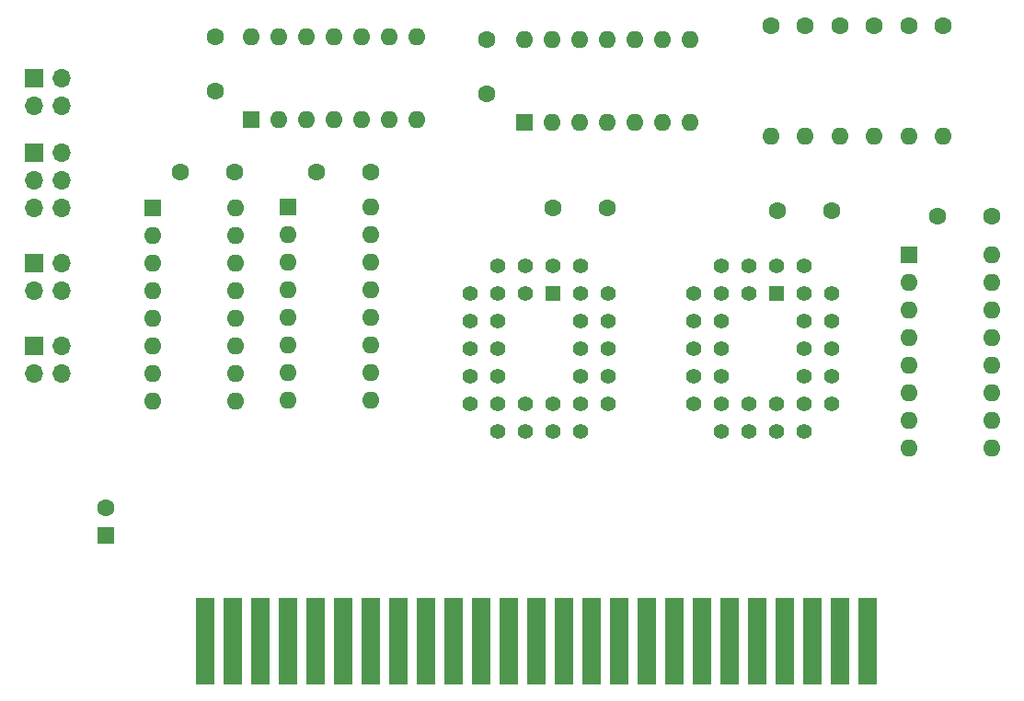
<source format=gbr>
%TF.GenerationSoftware,KiCad,Pcbnew,7.0.1*%
%TF.CreationDate,2023-06-02T18:32:51+09:00*%
%TF.ProjectId,project2_2,70726f6a-6563-4743-925f-322e6b696361,rev?*%
%TF.SameCoordinates,Original*%
%TF.FileFunction,Soldermask,Bot*%
%TF.FilePolarity,Negative*%
%FSLAX46Y46*%
G04 Gerber Fmt 4.6, Leading zero omitted, Abs format (unit mm)*
G04 Created by KiCad (PCBNEW 7.0.1) date 2023-06-02 18:32:51*
%MOMM*%
%LPD*%
G01*
G04 APERTURE LIST*
%ADD10C,1.600000*%
%ADD11R,1.700000X8.000000*%
%ADD12R,1.600000X1.600000*%
%ADD13O,1.600000X1.600000*%
%ADD14R,1.700000X1.700000*%
%ADD15O,1.700000X1.700000*%
%ADD16R,1.422400X1.422400*%
%ADD17C,1.422400*%
G04 APERTURE END LIST*
D10*
%TO.C,C1*%
X164124000Y-107442000D03*
X169124000Y-107442000D03*
%TD*%
D11*
%TO.C,CE1*%
X193040000Y-147320000D03*
X190500000Y-147320000D03*
X187960000Y-147320000D03*
X185420000Y-147320000D03*
X182880000Y-147320000D03*
X180340000Y-147320000D03*
X177800000Y-147320000D03*
X175260000Y-147320000D03*
X172720000Y-147320000D03*
X170180000Y-147320000D03*
X167640000Y-147320000D03*
X165100000Y-147320000D03*
X162560000Y-147320000D03*
X160020000Y-147320000D03*
X157480000Y-147320000D03*
X154940000Y-147320000D03*
X152400000Y-147320000D03*
X149860000Y-147320000D03*
X147320000Y-147320000D03*
X144780000Y-147320000D03*
X142240000Y-147320000D03*
X139700000Y-147320000D03*
X137160000Y-147320000D03*
X134620000Y-147320000D03*
X132080000Y-147320000D03*
%TD*%
D10*
%TO.C,C8*%
X157988000Y-91988000D03*
X157988000Y-96988000D03*
%TD*%
%TO.C,C5*%
X122936000Y-135103113D03*
D12*
X122936000Y-137603113D03*
%TD*%
D10*
%TO.C,R2*%
X187325000Y-90678000D03*
D13*
X187325000Y-100838000D03*
%TD*%
D10*
%TO.C,C7*%
X133091000Y-91744000D03*
X133091000Y-96744000D03*
%TD*%
%TO.C,C2*%
X184738000Y-107696000D03*
X189738000Y-107696000D03*
%TD*%
%TO.C,C3*%
X147320000Y-104140000D03*
X142320000Y-104140000D03*
%TD*%
%TO.C,R1*%
X184150000Y-90678000D03*
D13*
X184150000Y-100838000D03*
%TD*%
D12*
%TO.C,U7*%
X196850000Y-111760000D03*
D13*
X196850000Y-114300000D03*
X196850000Y-116840000D03*
X196850000Y-119380000D03*
X196850000Y-121920000D03*
X196850000Y-124460000D03*
X196850000Y-127000000D03*
X196850000Y-129540000D03*
X204470000Y-129540000D03*
X204470000Y-127000000D03*
X204470000Y-124460000D03*
X204470000Y-121920000D03*
X204470000Y-119380000D03*
X204470000Y-116840000D03*
X204470000Y-114300000D03*
X204470000Y-111760000D03*
%TD*%
D14*
%TO.C,J4*%
X116332000Y-120142000D03*
D15*
X118872000Y-120142000D03*
X116332000Y-122682000D03*
X118872000Y-122682000D03*
%TD*%
D12*
%TO.C,U4*%
X127254000Y-107442000D03*
D13*
X127254000Y-109982000D03*
X127254000Y-112522000D03*
X127254000Y-115062000D03*
X127254000Y-117602000D03*
X127254000Y-120142000D03*
X127254000Y-122682000D03*
X127254000Y-125222000D03*
X134874000Y-125222000D03*
X134874000Y-122682000D03*
X134874000Y-120142000D03*
X134874000Y-117602000D03*
X134874000Y-115062000D03*
X134874000Y-112522000D03*
X134874000Y-109982000D03*
X134874000Y-107442000D03*
%TD*%
D10*
%TO.C,C4*%
X129834000Y-104140000D03*
X134834000Y-104140000D03*
%TD*%
%TO.C,R3*%
X190500000Y-90678000D03*
D13*
X190500000Y-100838000D03*
%TD*%
D10*
%TO.C,R5*%
X196850000Y-90678000D03*
D13*
X196850000Y-100838000D03*
%TD*%
D14*
%TO.C,J2*%
X116332000Y-102362000D03*
D15*
X118872000Y-102362000D03*
X116332000Y-104902000D03*
X118872000Y-104902000D03*
X116332000Y-107442000D03*
X118872000Y-107442000D03*
%TD*%
D12*
%TO.C,U3*%
X139710000Y-107432000D03*
D13*
X139710000Y-109972000D03*
X139710000Y-112512000D03*
X139710000Y-115052000D03*
X139710000Y-117592000D03*
X139710000Y-120132000D03*
X139710000Y-122672000D03*
X139710000Y-125212000D03*
X147330000Y-125212000D03*
X147330000Y-122672000D03*
X147330000Y-120132000D03*
X147330000Y-117592000D03*
X147330000Y-115052000D03*
X147330000Y-112512000D03*
X147330000Y-109972000D03*
X147330000Y-107432000D03*
%TD*%
D14*
%TO.C,J1*%
X116332000Y-95562000D03*
D15*
X118872000Y-95562000D03*
X116332000Y-98102000D03*
X118872000Y-98102000D03*
%TD*%
D16*
%TO.C,U2*%
X184658000Y-115316000D03*
D17*
X182118000Y-112776000D03*
X182118000Y-115316000D03*
X179578000Y-112776000D03*
X177038000Y-115316000D03*
X179578000Y-115316000D03*
X177038000Y-117856000D03*
X179578000Y-117856000D03*
X177038000Y-120396000D03*
X179578000Y-120396000D03*
X177038000Y-122936000D03*
X179578000Y-122936000D03*
X177038000Y-125476000D03*
X179578000Y-128016000D03*
X179578000Y-125476000D03*
X182118000Y-128016000D03*
X182118000Y-125476000D03*
X184658000Y-128016000D03*
X184658000Y-125476000D03*
X187198000Y-128016000D03*
X189738000Y-125476000D03*
X187198000Y-125476000D03*
X189738000Y-122936000D03*
X187198000Y-122936000D03*
X189738000Y-120396000D03*
X187198000Y-120396000D03*
X189738000Y-117856000D03*
X187198000Y-117856000D03*
X189738000Y-115316000D03*
X187198000Y-112776000D03*
X187198000Y-115316000D03*
X184658000Y-112776000D03*
%TD*%
D10*
%TO.C,R6*%
X200025000Y-90678000D03*
D13*
X200025000Y-100838000D03*
%TD*%
D10*
%TO.C,C6*%
X204470000Y-108204000D03*
X199470000Y-108204000D03*
%TD*%
D12*
%TO.C,U5*%
X136393000Y-99314000D03*
D13*
X138933000Y-99314000D03*
X141473000Y-99314000D03*
X144013000Y-99314000D03*
X146553000Y-99314000D03*
X149093000Y-99314000D03*
X151633000Y-99314000D03*
X151633000Y-91694000D03*
X149093000Y-91694000D03*
X146553000Y-91694000D03*
X144013000Y-91694000D03*
X141473000Y-91694000D03*
X138933000Y-91694000D03*
X136393000Y-91694000D03*
%TD*%
D10*
%TO.C,R4*%
X193675000Y-90678000D03*
D13*
X193675000Y-100838000D03*
%TD*%
D14*
%TO.C,J3*%
X116332000Y-112522000D03*
D15*
X118872000Y-112522000D03*
X116332000Y-115062000D03*
X118872000Y-115062000D03*
%TD*%
D17*
%TO.C,U1*%
X164084000Y-112776000D03*
X166624000Y-115316000D03*
X166624000Y-112776000D03*
X169164000Y-115316000D03*
X166624000Y-117856000D03*
X169164000Y-117856000D03*
X166624000Y-120396000D03*
X169164000Y-120396000D03*
X166624000Y-122936000D03*
X169164000Y-122936000D03*
X166624000Y-125476000D03*
X169164000Y-125476000D03*
X166624000Y-128016000D03*
X164084000Y-125476000D03*
X164084000Y-128016000D03*
X161544000Y-125476000D03*
X161544000Y-128016000D03*
X159004000Y-125476000D03*
X159004000Y-128016000D03*
X156464000Y-125476000D03*
X159004000Y-122936000D03*
X156464000Y-122936000D03*
X159004000Y-120396000D03*
X156464000Y-120396000D03*
X159004000Y-117856000D03*
X156464000Y-117856000D03*
X159004000Y-115316000D03*
X156464000Y-115316000D03*
X159004000Y-112776000D03*
X161544000Y-115316000D03*
X161544000Y-112776000D03*
D16*
X164084000Y-115316000D03*
%TD*%
D12*
%TO.C,U6*%
X161502000Y-99568000D03*
D13*
X164042000Y-99568000D03*
X166582000Y-99568000D03*
X169122000Y-99568000D03*
X171662000Y-99568000D03*
X174202000Y-99568000D03*
X176742000Y-99568000D03*
X176742000Y-91948000D03*
X174202000Y-91948000D03*
X171662000Y-91948000D03*
X169122000Y-91948000D03*
X166582000Y-91948000D03*
X164042000Y-91948000D03*
X161502000Y-91948000D03*
%TD*%
M02*

</source>
